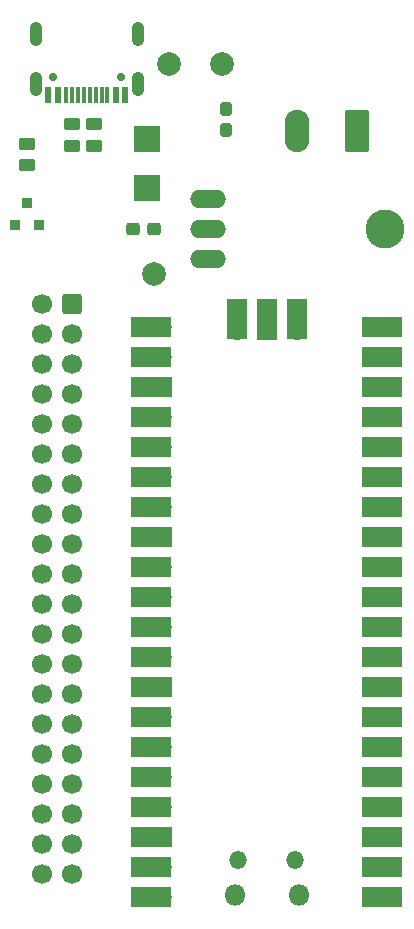
<source format=gts>
%TF.GenerationSoftware,KiCad,Pcbnew,(6.0.4)*%
%TF.CreationDate,2022-07-27T17:53:15+02:00*%
%TF.ProjectId,Pi-pico-AD9854_adapter,50692d70-6963-46f2-9d41-44393835345f,rev?*%
%TF.SameCoordinates,Original*%
%TF.FileFunction,Soldermask,Top*%
%TF.FilePolarity,Negative*%
%FSLAX46Y46*%
G04 Gerber Fmt 4.6, Leading zero omitted, Abs format (unit mm)*
G04 Created by KiCad (PCBNEW (6.0.4)) date 2022-07-27 17:53:15*
%MOMM*%
%LPD*%
G01*
G04 APERTURE LIST*
G04 Aperture macros list*
%AMRoundRect*
0 Rectangle with rounded corners*
0 $1 Rounding radius*
0 $2 $3 $4 $5 $6 $7 $8 $9 X,Y pos of 4 corners*
0 Add a 4 corners polygon primitive as box body*
4,1,4,$2,$3,$4,$5,$6,$7,$8,$9,$2,$3,0*
0 Add four circle primitives for the rounded corners*
1,1,$1+$1,$2,$3*
1,1,$1+$1,$4,$5*
1,1,$1+$1,$6,$7*
1,1,$1+$1,$8,$9*
0 Add four rect primitives between the rounded corners*
20,1,$1+$1,$2,$3,$4,$5,0*
20,1,$1+$1,$4,$5,$6,$7,0*
20,1,$1+$1,$6,$7,$8,$9,0*
20,1,$1+$1,$8,$9,$2,$3,0*%
G04 Aperture macros list end*
%ADD10C,3.302000*%
%ADD11O,3.048000X1.524000*%
%ADD12C,2.000000*%
%ADD13RoundRect,0.250000X-0.450000X0.262500X-0.450000X-0.262500X0.450000X-0.262500X0.450000X0.262500X0*%
%ADD14RoundRect,0.249999X0.790001X1.550001X-0.790001X1.550001X-0.790001X-1.550001X0.790001X-1.550001X0*%
%ADD15O,2.080000X3.600000*%
%ADD16R,2.259800X2.198599*%
%ADD17R,0.812800X0.889000*%
%ADD18O,1.800000X1.800000*%
%ADD19O,1.500000X1.500000*%
%ADD20R,3.500000X1.700000*%
%ADD21O,1.700000X1.700000*%
%ADD22R,1.700000X1.700000*%
%ADD23R,1.700000X3.500000*%
%ADD24C,0.700000*%
%ADD25R,0.600000X1.450000*%
%ADD26R,0.300000X1.450000*%
%ADD27O,1.050000X2.100000*%
%ADD28RoundRect,0.250000X0.275000X-0.312500X0.275000X0.312500X-0.275000X0.312500X-0.275000X-0.312500X0*%
%ADD29RoundRect,0.250000X0.312500X0.275000X-0.312500X0.275000X-0.312500X-0.275000X0.312500X-0.275000X0*%
%ADD30RoundRect,0.250000X0.600000X0.600000X-0.600000X0.600000X-0.600000X-0.600000X0.600000X-0.600000X0*%
%ADD31C,1.700000*%
G04 APERTURE END LIST*
D10*
%TO.C,U2*%
X136969500Y-34290000D03*
D11*
X121983500Y-31750000D03*
X121983500Y-34290000D03*
X121983500Y-36830000D03*
%TD*%
D12*
%TO.C,TP2*%
X123190000Y-20320000D03*
%TD*%
D13*
%TO.C,R1*%
X110490000Y-25400000D03*
X110490000Y-27225000D03*
%TD*%
D14*
%TO.C,J4*%
X134620000Y-26002500D03*
D15*
X129540000Y-26002500D03*
%TD*%
D16*
%TO.C,D1*%
X116840000Y-26670000D03*
X116840000Y-30759400D03*
%TD*%
D17*
%TO.C,U3*%
X105655001Y-33964999D03*
X107704999Y-33964999D03*
X106680000Y-32075000D03*
%TD*%
D18*
%TO.C,U1*%
X124275000Y-90675000D03*
D19*
X124575000Y-87645000D03*
D18*
X129725000Y-90675000D03*
D19*
X129425000Y-87645000D03*
D20*
X136790000Y-90805000D03*
D21*
X135890000Y-90805000D03*
X135890000Y-88265000D03*
D20*
X136790000Y-88265000D03*
D22*
X135890000Y-85725000D03*
D20*
X136790000Y-85725000D03*
X136790000Y-83185000D03*
D21*
X135890000Y-83185000D03*
X135890000Y-80645000D03*
D20*
X136790000Y-80645000D03*
D21*
X135890000Y-78105000D03*
D20*
X136790000Y-78105000D03*
X136790000Y-75565000D03*
D21*
X135890000Y-75565000D03*
D22*
X135890000Y-73025000D03*
D20*
X136790000Y-73025000D03*
D21*
X135890000Y-70485000D03*
D20*
X136790000Y-70485000D03*
D21*
X135890000Y-67945000D03*
D20*
X136790000Y-67945000D03*
X136790000Y-65405000D03*
D21*
X135890000Y-65405000D03*
X135890000Y-62865000D03*
D20*
X136790000Y-62865000D03*
X136790000Y-60325000D03*
D22*
X135890000Y-60325000D03*
D20*
X136790000Y-57785000D03*
D21*
X135890000Y-57785000D03*
D20*
X136790000Y-55245000D03*
D21*
X135890000Y-55245000D03*
D20*
X136790000Y-52705000D03*
D21*
X135890000Y-52705000D03*
D20*
X136790000Y-50165000D03*
D21*
X135890000Y-50165000D03*
D22*
X135890000Y-47625000D03*
D20*
X136790000Y-47625000D03*
X136790000Y-45085000D03*
D21*
X135890000Y-45085000D03*
D20*
X136790000Y-42545000D03*
D21*
X135890000Y-42545000D03*
X118110000Y-42545000D03*
D20*
X117210000Y-42545000D03*
X117210000Y-45085000D03*
D21*
X118110000Y-45085000D03*
D22*
X118110000Y-47625000D03*
D20*
X117210000Y-47625000D03*
X117210000Y-50165000D03*
D21*
X118110000Y-50165000D03*
X118110000Y-52705000D03*
D20*
X117210000Y-52705000D03*
X117210000Y-55245000D03*
D21*
X118110000Y-55245000D03*
X118110000Y-57785000D03*
D20*
X117210000Y-57785000D03*
D22*
X118110000Y-60325000D03*
D20*
X117210000Y-60325000D03*
D21*
X118110000Y-62865000D03*
D20*
X117210000Y-62865000D03*
X117210000Y-65405000D03*
D21*
X118110000Y-65405000D03*
X118110000Y-67945000D03*
D20*
X117210000Y-67945000D03*
D21*
X118110000Y-70485000D03*
D20*
X117210000Y-70485000D03*
D22*
X118110000Y-73025000D03*
D20*
X117210000Y-73025000D03*
X117210000Y-75565000D03*
D21*
X118110000Y-75565000D03*
D20*
X117210000Y-78105000D03*
D21*
X118110000Y-78105000D03*
X118110000Y-80645000D03*
D20*
X117210000Y-80645000D03*
X117210000Y-83185000D03*
D21*
X118110000Y-83185000D03*
D22*
X118110000Y-85725000D03*
D20*
X117210000Y-85725000D03*
X117210000Y-88265000D03*
D21*
X118110000Y-88265000D03*
X118110000Y-90805000D03*
D20*
X117210000Y-90805000D03*
D21*
X129540000Y-42775000D03*
D23*
X129540000Y-41875000D03*
X127000000Y-41875000D03*
D22*
X127000000Y-42775000D03*
D23*
X124460000Y-41875000D03*
D21*
X124460000Y-42775000D03*
%TD*%
D12*
%TO.C,TP1*%
X118745000Y-20320000D03*
%TD*%
D13*
%TO.C,R3*%
X106680000Y-27027500D03*
X106680000Y-28852500D03*
%TD*%
D24*
%TO.C,J2*%
X108870000Y-21430000D03*
X114650000Y-21430000D03*
D25*
X115010000Y-22875000D03*
X108510000Y-22875000D03*
X114210000Y-22875000D03*
X109310000Y-22875000D03*
D26*
X113010000Y-22875000D03*
X112010000Y-22875000D03*
X111510000Y-22875000D03*
X110510000Y-22875000D03*
X110010000Y-22875000D03*
X111010000Y-22875000D03*
X112510000Y-22875000D03*
X113510000Y-22875000D03*
D27*
X116080000Y-21960000D03*
X107440000Y-21960000D03*
X116080000Y-17780000D03*
X107440000Y-17780000D03*
%TD*%
D28*
%TO.C,C2*%
X123572500Y-25905000D03*
X123572500Y-24130000D03*
%TD*%
D12*
%TO.C,J3*%
X117475000Y-38100000D03*
%TD*%
D29*
%TO.C,C1*%
X117475000Y-34290000D03*
X115700000Y-34290000D03*
%TD*%
D13*
%TO.C,R2*%
X112395000Y-25400000D03*
X112395000Y-27225000D03*
%TD*%
D30*
%TO.C,J1*%
X110490000Y-40640000D03*
D31*
X107950000Y-40640000D03*
X110490000Y-43180000D03*
X107950000Y-43180000D03*
X110490000Y-45720000D03*
X107950000Y-45720000D03*
X110490000Y-48260000D03*
X107950000Y-48260000D03*
X110490000Y-50800000D03*
X107950000Y-50800000D03*
X110490000Y-53340000D03*
X107950000Y-53340000D03*
X110490000Y-55880000D03*
X107950000Y-55880000D03*
X110490000Y-58420000D03*
X107950000Y-58420000D03*
X110490000Y-60960000D03*
X107950000Y-60960000D03*
X110490000Y-63500000D03*
X107950000Y-63500000D03*
X110490000Y-66040000D03*
X107950000Y-66040000D03*
X110490000Y-68580000D03*
X107950000Y-68580000D03*
X110490000Y-71120000D03*
X107950000Y-71120000D03*
X110490000Y-73660000D03*
X107950000Y-73660000D03*
X110490000Y-76200000D03*
X107950000Y-76200000D03*
X110490000Y-78740000D03*
X107950000Y-78740000D03*
X110490000Y-81280000D03*
X107950000Y-81280000D03*
X110490000Y-83820000D03*
X107950000Y-83820000D03*
X110490000Y-86360000D03*
X107950000Y-86360000D03*
X110490000Y-88900000D03*
X107950000Y-88900000D03*
%TD*%
M02*

</source>
